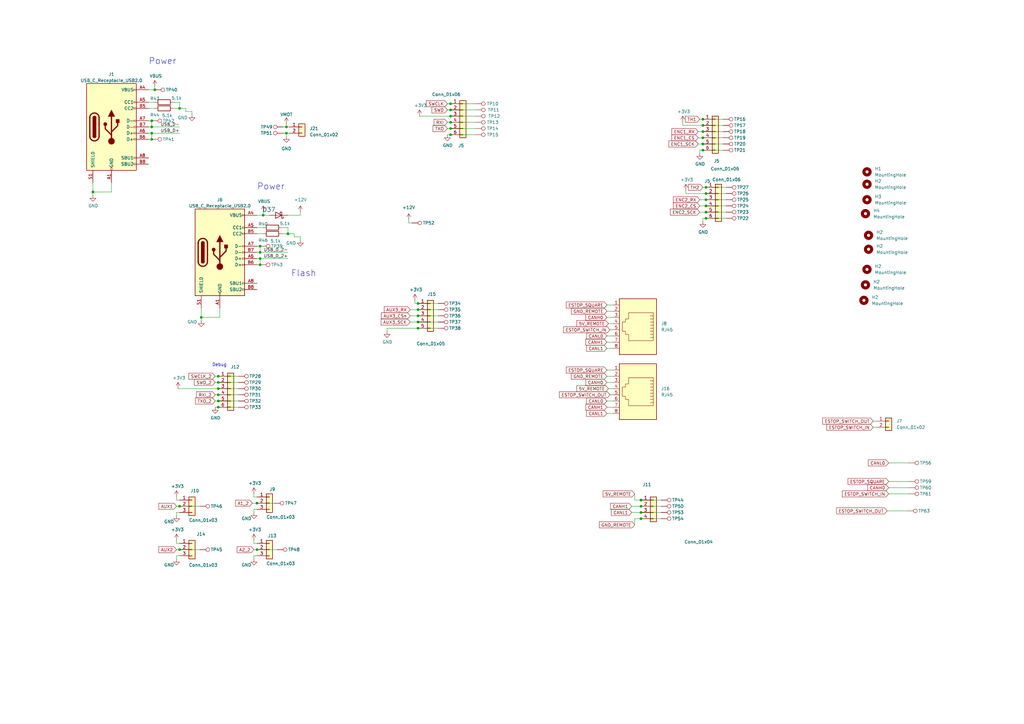
<source format=kicad_sch>
(kicad_sch (version 20230121) (generator eeschema)
  (paper "A3")
  (lib_symbols
    (symbol "Connector:RJ45" (pin_names (offset 1.016))
      (property "Reference" "J" (at -5.08 13.97 0))
      (property "Value" "RJ45" (at 2.54 13.97 0))
      (symbol "RJ45_1_1"
        (pin passive line (at 10.16 -7.62 180) (length 2.54) (name "~") (number "1"))
        (pin passive line (at 10.16 -5.08 180) (length 2.54) (name "~") (number "2"))
        (pin passive line (at 10.16 -2.54 180) (length 2.54) (name "~") (number "3"))
        (pin passive line (at 10.16 0 180) (length 2.54) (name "~") (number "4"))
        (pin passive line (at 10.16 2.54 180) (length 2.54) (name "~") (number "5"))
        (pin passive line (at 10.16 5.08 180) (length 2.54) (name "~") (number "6"))
        (pin passive line (at 10.16 7.62 180) (length 2.54) (name "~") (number "7"))
        (pin passive line (at 10.16 10.16 180) (length 2.54) (name "~") (number "8"))
      )
    )
    (symbol "Connector:TestPoint" (pin_numbers hide) (pin_names (offset 0.762) hide)
      (property "Reference" "TP" (at 0 6.858 0))
      (property "Value" "TestPoint" (at 0 5.08 0))
      (symbol "TestPoint_1_1"
        (pin passive line (at 0 0 90) (length 2.54) (name "1") (number "1"))
      )
    )
    (symbol "Connector:USB_C_Receptacle_USB2.0" (pin_names (offset 1.016))
      (property "Reference" "J" (at -10.16 19.05 0))
      (property "Value" "USB_C_Receptacle_USB2.0" (at 19.05 19.05 0))
      (symbol "USB_C_Receptacle_USB2.0_1_1"
        (pin passive line (at 0 -22.86 90) (length 5.08) (name "GND") (number "A1"))
        (pin passive line (at 0 -22.86 90) (length 5.08) hide (name "GND") (number "A12"))
        (pin passive line (at 15.24 15.24 180) (length 5.08) (name "VBUS") (number "A4"))
        (pin bidirectional line (at 15.24 10.16 180) (length 5.08) (name "CC1") (number "A5"))
        (pin bidirectional line (at 15.24 -2.54 180) (length 5.08) (name "D+") (number "A6"))
        (pin bidirectional line (at 15.24 2.54 180) (length 5.08) (name "D-") (number "A7"))
        (pin bidirectional line (at 15.24 -12.7 180) (length 5.08) (name "SBU1") (number "A8"))
        (pin passive line (at 15.24 15.24 180) (length 5.08) hide (name "VBUS") (number "A9"))
        (pin passive line (at 0 -22.86 90) (length 5.08) hide (name "GND") (number "B1"))
        (pin passive line (at 0 -22.86 90) (length 5.08) hide (name "GND") (number "B12"))
        (pin passive line (at 15.24 15.24 180) (length 5.08) hide (name "VBUS") (number "B4"))
        (pin bidirectional line (at 15.24 7.62 180) (length 5.08) (name "CC2") (number "B5"))
        (pin bidirectional line (at 15.24 -5.08 180) (length 5.08) (name "D+") (number "B6"))
        (pin bidirectional line (at 15.24 0 180) (length 5.08) (name "D-") (number "B7"))
        (pin bidirectional line (at 15.24 -15.24 180) (length 5.08) (name "SBU2") (number "B8"))
        (pin passive line (at 15.24 15.24 180) (length 5.08) hide (name "VBUS") (number "B9"))
        (pin passive line (at -7.62 -22.86 90) (length 5.08) (name "SHIELD") (number "S1"))
      )
    )
    (symbol "Connector_Generic:Conn_01x02" (pin_names (offset 1.016) hide)
      (property "Reference" "J" (at 0 2.54 0))
      (property "Value" "Conn_01x02" (at 0 -5.08 0))
      (symbol "Conn_01x02_1_1"
        (pin passive line (at -5.08 0 0) (length 3.81) (name "Pin_1") (number "1"))
        (pin passive line (at -5.08 -2.54 0) (length 3.81) (name "Pin_2") (number "2"))
      )
    )
    (symbol "Connector_Generic:Conn_01x03" (pin_names (offset 1.016) hide)
      (property "Reference" "J" (at 0 5.08 0))
      (property "Value" "Conn_01x03" (at 0 -5.08 0))
      (symbol "Conn_01x03_1_1"
        (pin passive line (at -5.08 2.54 0) (length 3.81) (name "Pin_1") (number "1"))
        (pin passive line (at -5.08 0 0) (length 3.81) (name "Pin_2") (number "2"))
        (pin passive line (at -5.08 -2.54 0) (length 3.81) (name "Pin_3") (number "3"))
      )
    )
    (symbol "Connector_Generic:Conn_01x04" (pin_names (offset 1.016) hide)
      (property "Reference" "J" (at 0 5.08 0))
      (property "Value" "Conn_01x04" (at 0 -7.62 0))
      (symbol "Conn_01x04_1_1"
        (pin passive line (at -5.08 2.54 0) (length 3.81) (name "Pin_1") (number "1"))
        (pin passive line (at -5.08 0 0) (length 3.81) (name "Pin_2") (number "2"))
        (pin passive line (at -5.08 -2.54 0) (length 3.81) (name "Pin_3") (number "3"))
        (pin passive line (at -5.08 -5.08 0) (length 3.81) (name "Pin_4") (number "4"))
      )
    )
    (symbol "Connector_Generic:Conn_01x05" (pin_names (offset 1.016) hide)
      (property "Reference" "J" (at 0 7.62 0))
      (property "Value" "Conn_01x05" (at 0 -7.62 0))
      (symbol "Conn_01x05_1_1"
        (pin passive line (at -5.08 5.08 0) (length 3.81) (name "Pin_1") (number "1"))
        (pin passive line (at -5.08 2.54 0) (length 3.81) (name "Pin_2") (number "2"))
        (pin passive line (at -5.08 0 0) (length 3.81) (name "Pin_3") (number "3"))
        (pin passive line (at -5.08 -2.54 0) (length 3.81) (name "Pin_4") (number "4"))
        (pin passive line (at -5.08 -5.08 0) (length 3.81) (name "Pin_5") (number "5"))
      )
    )
    (symbol "Connector_Generic:Conn_01x06" (pin_names (offset 1.016) hide)
      (property "Reference" "J" (at 0 7.62 0))
      (property "Value" "Conn_01x06" (at 0 -10.16 0))
      (symbol "Conn_01x06_1_1"
        (pin passive line (at -5.08 5.08 0) (length 3.81) (name "Pin_1") (number "1"))
        (pin passive line (at -5.08 2.54 0) (length 3.81) (name "Pin_2") (number "2"))
        (pin passive line (at -5.08 0 0) (length 3.81) (name "Pin_3") (number "3"))
        (pin passive line (at -5.08 -2.54 0) (length 3.81) (name "Pin_4") (number "4"))
        (pin passive line (at -5.08 -5.08 0) (length 3.81) (name "Pin_5") (number "5"))
        (pin passive line (at -5.08 -7.62 0) (length 3.81) (name "Pin_6") (number "6"))
      )
    )
    (symbol "Device:R" (pin_numbers hide) (pin_names (offset 0))
      (property "Reference" "R" (at 2.032 0 90))
      (property "Value" "R" (at 0 0 90))
      (symbol "R_1_1"
        (pin passive line (at 0 3.81 270) (length 1.27) (name "~") (number "1"))
        (pin passive line (at 0 -3.81 90) (length 1.27) (name "~") (number "2"))
      )
    )
    (symbol "Diode:MBR340" (pin_numbers hide) (pin_names (offset 1.016) hide)
      (property "Reference" "D" (at 0 2.54 0))
      (property "Value" "MBR340" (at 0 -2.54 0))
      (symbol "MBR340_1_1"
        (pin passive line (at -3.81 0 0) (length 2.54) (name "K") (number "1"))
        (pin passive line (at 3.81 0 180) (length 2.54) (name "A") (number "2"))
      )
    )
    (symbol "Mechanical:MountingHole" (pin_names (offset 1.016))
      (property "Reference" "H" (at 0 5.08 0))
      (property "Value" "MountingHole" (at 0 3.175 0))
    )
    (symbol "MotorBuck:VMOT" (power) (pin_names (offset 0))
      (property "Value" "VMOT" (at 0 3.556 0))
      (symbol "VMOT_1_1"
        (pin power_in line (at 0 0 90) (length 0) hide (name "VMOT") (number "1"))
      )
    )
    (symbol "power:+12V" (power) (pin_names (offset 0))
      (property "Value" "+12V" (at 0 3.556 0))
      (symbol "+12V_1_1"
        (pin power_in line (at 0 0 90) (length 0) hide (name "+12V") (number "1"))
      )
    )
    (symbol "power:+3V3" (power) (pin_names (offset 0))
      (property "Value" "+3V3" (at 0 3.556 0))
      (symbol "+3V3_1_1"
        (pin power_in line (at 0 0 90) (length 0) hide (name "+3V3") (number "1"))
      )
    )
    (symbol "power:GND" (power) (pin_names (offset 0))
      (property "Value" "GND" (at 0 -3.81 0))
      (symbol "GND_1_1"
        (pin power_in line (at 0 0 270) (length 0) hide (name "GND") (number "1"))
      )
    )
    (symbol "power:VBUS" (power) (pin_names (offset 0))
      (property "Value" "VBUS" (at 0 3.81 0))
      (symbol "VBUS_1_1"
        (pin power_in line (at 0 0 90) (length 0) hide (name "VBUS") (number "1"))
      )
    )
  )
  (junction (at 288.29 48.895))
  (junction (at 62.23 54.61))
  (junction (at 262.89 210.185))
  (junction (at 184.785 42.545))
  (junction (at 171.45 124.46))
  (junction (at 89.535 161.925))
  (junction (at 89.535 159.385))
  (junction (at 62.23 52.07))
  (junction (at 62.23 49.53))
  (junction (at 289.56 84.455))
  (junction (at 106.68 106.045))
  (junction (at 73.66 44.45))
  (junction (at 184.785 45.085))
  (junction (at 105.41 206.375))
  (junction (at 289.56 86.995))
  (junction (at 106.68 108.585))
  (junction (at 106.68 103.505))
  (junction (at 38.1 78.74))
  (junction (at 171.45 134.62))
  (junction (at 89.535 167.005))
  (junction (at 289.56 81.915))
  (junction (at 117.475 52.07))
  (junction (at 288.29 61.595))
  (junction (at 106.68 100.965))
  (junction (at 73.66 207.645))
  (junction (at 105.41 225.425))
  (junction (at 289.56 76.835))
  (junction (at 262.89 205.105))
  (junction (at 62.23 57.15))
  (junction (at 184.785 47.625))
  (junction (at 262.89 212.725))
  (junction (at 289.56 89.535))
  (junction (at 171.45 129.54))
  (junction (at 117.475 54.61))
  (junction (at 262.89 207.645))
  (junction (at 89.535 164.465))
  (junction (at 289.56 79.375))
  (junction (at 89.535 154.305))
  (junction (at 171.45 127))
  (junction (at 288.29 53.975))
  (junction (at 288.29 56.515))
  (junction (at 171.45 132.08))
  (junction (at 184.785 55.245))
  (junction (at 288.29 59.055))
  (junction (at 82.55 130.175))
  (junction (at 73.66 225.425))
  (junction (at 63.5 36.83))
  (junction (at 288.29 51.435))
  (junction (at 184.785 52.705))
  (junction (at 118.11 95.885))
  (junction (at 89.535 156.845))
  (junction (at 107.95 88.265))
  (junction (at 184.785 50.165))
  (wire (pts (xy 105.41 106.045) (xy 106.68 106.045)))
  (wire (pts (xy 171.45 129.54) (xy 179.705 129.54)))
  (wire (pts (xy 60.96 41.91) (xy 63.5 41.91)))
  (wire (pts (xy 289.56 89.535) (xy 297.815 89.535)))
  (wire (pts (xy 62.23 54.61) (xy 73.66 54.61)))
  (wire (pts (xy 289.56 84.455) (xy 297.815 84.455)))
  (wire (pts (xy 286.385 56.515) (xy 288.29 56.515)))
  (wire (pts (xy 262.89 207.645) (xy 271.145 207.645)))
  (wire (pts (xy 89.535 156.845) (xy 97.79 156.845)))
  (wire (pts (xy 72.39 225.425) (xy 73.66 225.425)))
  (wire (pts (xy 105.41 93.345) (xy 107.95 93.345)))
  (wire (pts (xy 106.68 108.585) (xy 106.68 106.045)))
  (wire (pts (xy 167.64 90.17) (xy 167.64 91.44)))
  (wire (pts (xy 118.745 52.07) (xy 117.475 52.07)))
  (wire (pts (xy 248.92 142.875) (xy 251.46 142.875)))
  (wire (pts (xy 89.535 154.305) (xy 97.79 154.305)))
  (wire (pts (xy 288.29 53.975) (xy 296.545 53.975)))
  (wire (pts (xy 171.45 127) (xy 179.705 127)))
  (wire (pts (xy 289.56 81.915) (xy 297.815 81.915)))
  (wire (pts (xy 289.56 79.375) (xy 281.305 79.375)))
  (wire (pts (xy 104.14 208.915) (xy 104.14 210.185)))
  (wire (pts (xy 286.385 53.975) (xy 288.29 53.975)))
  (wire (pts (xy 118.11 88.265) (xy 123.19 88.265)))
  (wire (pts (xy 288.29 48.895) (xy 296.545 48.895)))
  (wire (pts (xy 73.66 225.425) (xy 81.915 225.425)))
  (wire (pts (xy 288.29 89.535) (xy 288.29 90.805)))
  (wire (pts (xy 82.55 130.175) (xy 90.17 130.175)))
  (wire (pts (xy 158.75 134.62) (xy 171.45 134.62)))
  (wire (pts (xy 107.95 88.265) (xy 110.49 88.265)))
  (wire (pts (xy 38.1 74.93) (xy 38.1 78.74)))
  (wire (pts (xy 76.2 44.45) (xy 76.2 45.72)))
  (wire (pts (xy 248.92 156.845) (xy 251.46 156.845)))
  (wire (pts (xy 73.66 205.105) (xy 72.39 205.105)))
  (wire (pts (xy 38.1 78.74) (xy 38.1 80.01)))
  (wire (pts (xy 248.92 169.545) (xy 251.46 169.545)))
  (wire (pts (xy 88.265 164.465) (xy 89.535 164.465)))
  (wire (pts (xy 286.385 59.055) (xy 288.29 59.055)))
  (wire (pts (xy 105.41 103.505) (xy 106.68 103.505)))
  (wire (pts (xy 62.23 49.53) (xy 62.23 52.07)))
  (wire (pts (xy 171.45 127) (xy 168.275 127)))
  (wire (pts (xy 194.945 50.165) (xy 184.785 50.165)))
  (wire (pts (xy 248.92 151.765) (xy 251.46 151.765)))
  (wire (pts (xy 38.1 78.74) (xy 45.72 78.74)))
  (wire (pts (xy 158.75 134.62) (xy 158.75 135.89)))
  (wire (pts (xy 115.57 93.345) (xy 118.11 93.345)))
  (wire (pts (xy 259.08 210.185) (xy 262.89 210.185)))
  (wire (pts (xy 72.39 207.645) (xy 73.66 207.645)))
  (wire (pts (xy 120.65 95.885) (xy 120.65 97.155)))
  (wire (pts (xy 123.19 97.155) (xy 123.19 98.425)))
  (wire (pts (xy 105.41 95.885) (xy 107.95 95.885)))
  (wire (pts (xy 106.68 100.965) (xy 106.68 103.505)))
  (wire (pts (xy 73.66 227.965) (xy 72.39 227.965)))
  (wire (pts (xy 171.45 129.54) (xy 168.275 129.54)))
  (wire (pts (xy 248.92 130.175) (xy 251.46 130.175)))
  (wire (pts (xy 248.92 127.635) (xy 251.46 127.635)))
  (wire (pts (xy 260.35 205.105) (xy 262.89 205.105)))
  (wire (pts (xy 73.66 210.185) (xy 72.39 210.185)))
  (wire (pts (xy 78.74 45.72) (xy 78.74 46.99)))
  (wire (pts (xy 288.29 59.055) (xy 296.545 59.055)))
  (wire (pts (xy 60.96 54.61) (xy 62.23 54.61)))
  (wire (pts (xy 72.39 205.105) (xy 72.39 203.835)))
  (wire (pts (xy 288.29 76.835) (xy 289.56 76.835)))
  (wire (pts (xy 288.29 89.535) (xy 289.56 89.535)))
  (wire (pts (xy 71.12 44.45) (xy 73.66 44.45)))
  (wire (pts (xy 82.55 130.175) (xy 82.55 131.445)))
  (wire (pts (xy 250.19 135.255) (xy 251.46 135.255)))
  (wire (pts (xy 115.57 95.885) (xy 118.11 95.885)))
  (wire (pts (xy 117.475 52.07) (xy 116.205 52.07)))
  (wire (pts (xy 288.29 61.595) (xy 287.02 61.595)))
  (wire (pts (xy 248.92 164.465) (xy 251.46 164.465)))
  (wire (pts (xy 364.49 197.485) (xy 372.745 197.485)))
  (wire (pts (xy 288.29 61.595) (xy 296.545 61.595)))
  (wire (pts (xy 363.855 209.55) (xy 372.11 209.55)))
  (wire (pts (xy 248.92 167.005) (xy 251.46 167.005)))
  (wire (pts (xy 287.02 86.995) (xy 289.56 86.995)))
  (wire (pts (xy 106.68 106.045) (xy 118.11 106.045)))
  (wire (pts (xy 167.64 91.44) (xy 168.91 91.44)))
  (wire (pts (xy 104.14 227.965) (xy 104.14 229.235)))
  (wire (pts (xy 62.23 52.07) (xy 73.66 52.07)))
  (wire (pts (xy 171.45 134.62) (xy 179.705 134.62)))
  (wire (pts (xy 364.49 202.565) (xy 372.745 202.565)))
  (wire (pts (xy 90.17 126.365) (xy 90.17 130.175)))
  (wire (pts (xy 183.515 50.165) (xy 184.785 50.165)))
  (wire (pts (xy 106.68 103.505) (xy 118.11 103.505)))
  (wire (pts (xy 260.35 212.725) (xy 260.35 215.265)))
  (wire (pts (xy 287.02 84.455) (xy 289.56 84.455)))
  (wire (pts (xy 104.14 203.835) (xy 104.14 202.565)))
  (wire (pts (xy 118.745 54.61) (xy 117.475 54.61)))
  (wire (pts (xy 248.92 140.335) (xy 251.46 140.335)))
  (wire (pts (xy 171.45 124.46) (xy 170.18 124.46)))
  (wire (pts (xy 60.96 57.15) (xy 62.23 57.15)))
  (wire (pts (xy 123.19 86.995) (xy 123.19 88.265)))
  (wire (pts (xy 73.66 44.45) (xy 76.2 44.45)))
  (wire (pts (xy 73.66 207.645) (xy 81.915 207.645)))
  (wire (pts (xy 89.535 167.005) (xy 97.79 167.005)))
  (wire (pts (xy 194.945 52.705) (xy 184.785 52.705)))
  (wire (pts (xy 105.41 225.425) (xy 113.665 225.425)))
  (wire (pts (xy 105.41 227.965) (xy 104.14 227.965)))
  (wire (pts (xy 172.085 47.625) (xy 184.785 47.625)))
  (wire (pts (xy 60.96 49.53) (xy 62.23 49.53)))
  (wire (pts (xy 171.45 132.08) (xy 168.275 132.08)))
  (wire (pts (xy 183.515 55.245) (xy 184.785 55.245)))
  (wire (pts (xy 260.35 202.565) (xy 260.35 205.105)))
  (wire (pts (xy 262.89 205.105) (xy 271.145 205.105)))
  (wire (pts (xy 82.55 126.365) (xy 82.55 130.175)))
  (wire (pts (xy 358.14 172.72) (xy 359.41 172.72)))
  (wire (pts (xy 248.92 137.795) (xy 251.46 137.795)))
  (wire (pts (xy 171.45 124.46) (xy 179.705 124.46)))
  (wire (pts (xy 118.11 93.345) (xy 118.11 95.885)))
  (wire (pts (xy 183.515 45.085) (xy 184.785 45.085)))
  (wire (pts (xy 105.41 206.375) (xy 112.395 206.375)))
  (wire (pts (xy 60.96 36.83) (xy 63.5 36.83)))
  (wire (pts (xy 105.41 222.885) (xy 104.14 222.885)))
  (wire (pts (xy 183.515 52.705) (xy 184.785 52.705)))
  (wire (pts (xy 287.02 48.895) (xy 288.29 48.895)))
  (wire (pts (xy 89.535 161.925) (xy 97.79 161.925)))
  (wire (pts (xy 250.19 161.925) (xy 251.46 161.925)))
  (wire (pts (xy 262.89 212.725) (xy 260.35 212.725)))
  (wire (pts (xy 364.49 189.865) (xy 372.745 189.865)))
  (wire (pts (xy 107.95 86.995) (xy 107.95 88.265)))
  (wire (pts (xy 63.5 35.56) (xy 63.5 36.83)))
  (wire (pts (xy 170.18 124.46) (xy 170.18 123.19)))
  (wire (pts (xy 89.535 164.465) (xy 97.79 164.465)))
  (wire (pts (xy 88.265 161.925) (xy 89.535 161.925)))
  (wire (pts (xy 105.41 108.585) (xy 106.68 108.585)))
  (wire (pts (xy 73.66 222.885) (xy 72.39 222.885)))
  (wire (pts (xy 249.555 132.715) (xy 251.46 132.715)))
  (wire (pts (xy 249.555 159.385) (xy 251.46 159.385)))
  (wire (pts (xy 88.265 156.845) (xy 89.535 156.845)))
  (wire (pts (xy 117.475 52.07) (xy 117.475 50.8)))
  (wire (pts (xy 194.945 47.625) (xy 184.785 47.625)))
  (wire (pts (xy 62.23 57.15) (xy 62.23 54.61)))
  (wire (pts (xy 73.66 41.91) (xy 73.66 44.45)))
  (wire (pts (xy 105.41 88.265) (xy 107.95 88.265)))
  (wire (pts (xy 60.96 44.45) (xy 63.5 44.45)))
  (wire (pts (xy 289.56 79.375) (xy 297.815 79.375)))
  (wire (pts (xy 105.41 208.915) (xy 104.14 208.915)))
  (wire (pts (xy 289.56 76.835) (xy 297.815 76.835)))
  (wire (pts (xy 120.65 97.155) (xy 123.19 97.155)))
  (wire (pts (xy 76.2 45.72) (xy 78.74 45.72)))
  (wire (pts (xy 358.14 175.26) (xy 359.41 175.26)))
  (wire (pts (xy 287.02 61.595) (xy 287.02 62.865)))
  (wire (pts (xy 288.29 51.435) (xy 280.035 51.435)))
  (wire (pts (xy 281.305 79.375) (xy 281.305 78.105)))
  (wire (pts (xy 73.025 159.385) (xy 89.535 159.385)))
  (wire (pts (xy 104.14 222.885) (xy 104.14 221.615)))
  (wire (pts (xy 71.12 41.91) (xy 73.66 41.91)))
  (wire (pts (xy 183.515 42.545) (xy 184.785 42.545)))
  (wire (pts (xy 105.41 100.965) (xy 106.68 100.965)))
  (wire (pts (xy 60.96 52.07) (xy 62.23 52.07)))
  (wire (pts (xy 45.72 74.93) (xy 45.72 78.74)))
  (wire (pts (xy 88.265 167.005) (xy 89.535 167.005)))
  (wire (pts (xy 72.39 222.885) (xy 72.39 221.615)))
  (wire (pts (xy 288.29 56.515) (xy 296.545 56.515)))
  (wire (pts (xy 88.265 154.305) (xy 89.535 154.305)))
  (wire (pts (xy 105.41 203.835) (xy 104.14 203.835)))
  (wire (pts (xy 117.475 54.61) (xy 116.205 54.61)))
  (wire (pts (xy 262.89 212.725) (xy 271.145 212.725)))
  (wire (pts (xy 117.475 54.61) (xy 117.475 55.88)))
  (wire (pts (xy 194.945 55.245) (xy 184.785 55.245)))
  (wire (pts (xy 289.56 86.995) (xy 297.815 86.995)))
  (wire (pts (xy 364.49 200.025) (xy 372.745 200.025)))
  (wire (pts (xy 171.45 132.08) (xy 179.705 132.08)))
  (wire (pts (xy 262.89 210.185) (xy 271.145 210.185)))
  (wire (pts (xy 72.39 210.185) (xy 72.39 211.455)))
  (wire (pts (xy 248.92 125.095) (xy 251.46 125.095)))
  (wire (pts (xy 103.505 206.375) (xy 105.41 206.375)))
  (wire (pts (xy 287.02 81.915) (xy 289.56 81.915)))
  (wire (pts (xy 288.29 51.435) (xy 296.545 51.435)))
  (wire (pts (xy 72.39 227.965) (xy 72.39 229.235)))
  (wire (pts (xy 280.035 51.435) (xy 280.035 50.165)))
  (wire (pts (xy 118.11 95.885) (xy 120.65 95.885)))
  (wire (pts (xy 89.535 159.385) (xy 97.79 159.385)))
  (wire (pts (xy 248.92 154.305) (xy 251.46 154.305)))
  (wire (pts (xy 194.945 45.085) (xy 184.785 45.085)))
  (wire (pts (xy 104.14 225.425) (xy 105.41 225.425)))
  (wire (pts (xy 259.08 207.645) (xy 262.89 207.645)))
  (wire (pts (xy 194.945 42.545) (xy 184.785 42.545)))
  (text "Flash" (at 119.38 113.665 0) (effects (font (size 2.54 2.54)) (justify left bottom)))
  (text "Debug" (at 86.995 150.495 0) (effects (font (size 1.27 1.27)) (justify left bottom)))
  (text "Power" (at 105.41 78.105 0) (effects (font (size 2.54 2.54)) (justify left bottom)))
  (text "Power" (at 60.96 26.67 0) (effects (font (size 2.54 2.54)) (justify left bottom)))
  (label "USB_D+" (at 73.66 54.61 180))
  (label "USB_D_2+" (at 118.11 106.045 180))
  (label "USB_D-" (at 73.66 52.07 180))
  (label "USB_D_2-" (at 118.11 103.505 180))
  (global_label "TH2" (shape input) (at 288.29 76.835 180) (property "Intersheetrefs" "${INTERSHEET_REFS}" (effects hide)))
  (global_label "CANH1" (shape input) (at 248.92 140.335 180) (property "Intersheetrefs" "${INTERSHEET_REFS}" (effects hide)))
  (global_label "ESTOP_SWITCH_OUT" (shape input) (at 363.855 209.55 180) (property "Intersheetrefs" "${INTERSHEET_REFS}" (effects hide)))
  (global_label "CANL1" (shape input) (at 248.92 169.545 180) (property "Intersheetrefs" "${INTERSHEET_REFS}" (effects hide)))
  (global_label "ESTOP_SQUARE" (shape input) (at 364.49 197.485 180) (property "Intersheetrefs" "${INTERSHEET_REFS}" (effects hide)))
  (global_label "ESTOP_SWITCH_IN" (shape input) (at 364.49 202.565 180) (property "Intersheetrefs" "${INTERSHEET_REFS}" (effects hide)))
  (global_label "CANL0" (shape input) (at 364.49 189.865 180) (property "Intersheetrefs" "${INTERSHEET_REFS}" (effects hide)))
  (global_label "RXI" (shape input) (at 183.515 50.165 180) (property "Intersheetrefs" "${INTERSHEET_REFS}" (effects hide)))
  (global_label "CANH0" (shape input) (at 364.49 200.025 180) (property "Intersheetrefs" "${INTERSHEET_REFS}" (effects hide)))
  (global_label "CANH0" (shape input) (at 248.92 130.175 180) (property "Intersheetrefs" "${INTERSHEET_REFS}" (effects hide)))
  (global_label "CANH0" (shape input) (at 248.92 156.845 180) (property "Intersheetrefs" "${INTERSHEET_REFS}" (effects hide)))
  (global_label "GND_REMOTE" (shape input) (at 248.92 154.305 180) (property "Intersheetrefs" "${INTERSHEET_REFS}" (effects hide)))
  (global_label "ESTOP_SWITCH_IN" (shape input) (at 250.19 135.255 180) (property "Intersheetrefs" "${INTERSHEET_REFS}" (effects hide)))
  (global_label "AUX2" (shape input) (at 72.39 225.425 180) (property "Intersheetrefs" "${INTERSHEET_REFS}" (effects hide)))
  (global_label "ESTOP_SWITCH_OUT" (shape input) (at 250.19 161.925 180) (property "Intersheetrefs" "${INTERSHEET_REFS}" (effects hide)))
  (global_label "CANL1" (shape input) (at 259.08 210.185 180) (property "Intersheetrefs" "${INTERSHEET_REFS}" (effects hide)))
  (global_label "A1_2" (shape input) (at 103.505 206.375 180) (property "Intersheetrefs" "${INTERSHEET_REFS}" (effects hide)))
  (global_label "SWCLK_2" (shape input) (at 88.265 154.305 180) (property "Intersheetrefs" "${INTERSHEET_REFS}" (effects hide)))
  (global_label "ENC1_RX" (shape input) (at 286.385 53.975 180) (property "Intersheetrefs" "${INTERSHEET_REFS}" (effects hide)))
  (global_label "ENC1_SCK" (shape input) (at 286.385 59.055 180) (property "Intersheetrefs" "${INTERSHEET_REFS}" (effects hide)))
  (global_label "CANL0" (shape input) (at 248.92 164.465 180) (property "Intersheetrefs" "${INTERSHEET_REFS}" (effects hide)))
  (global_label "AUX3_RX" (shape input) (at 168.275 127 180) (property "Intersheetrefs" "${INTERSHEET_REFS}" (effects hide)))
  (global_label "SWCLK" (shape input) (at 183.515 42.545 180) (property "Intersheetrefs" "${INTERSHEET_REFS}" (effects hide)))
  (global_label "5V_REMOTE" (shape input) (at 260.35 202.565 180) (property "Intersheetrefs" "${INTERSHEET_REFS}" (effects hide)))
  (global_label "ENC1_CS" (shape input) (at 286.385 56.515 180) (property "Intersheetrefs" "${INTERSHEET_REFS}" (effects hide)))
  (global_label "CANH1" (shape input) (at 259.08 207.645 180) (property "Intersheetrefs" "${INTERSHEET_REFS}" (effects hide)))
  (global_label "CANH1" (shape input) (at 248.92 167.005 180) (property "Intersheetrefs" "${INTERSHEET_REFS}" (effects hide)))
  (global_label "TXO_2" (shape input) (at 88.265 164.465 180) (property "Intersheetrefs" "${INTERSHEET_REFS}" (effects hide)))
  (global_label "AUX3_SCK" (shape input) (at 168.275 132.08 180) (property "Intersheetrefs" "${INTERSHEET_REFS}" (effects hide)))
  (global_label "ENC2_SCK" (shape input) (at 287.02 86.995 180) (property "Intersheetrefs" "${INTERSHEET_REFS}" (effects hide)))
  (global_label "AUX3_CSn" (shape input) (at 168.275 129.54 180) (property "Intersheetrefs" "${INTERSHEET_REFS}" (effects hide)))
  (global_label "ESTOP_SWITCH_OUT" (shape input) (at 358.14 172.72 180) (property "Intersheetrefs" "${INTERSHEET_REFS}" (effects hide)))
  (global_label "AUX1" (shape input) (at 72.39 207.645 180) (property "Intersheetrefs" "${INTERSHEET_REFS}" (effects hide)))
  (global_label "CANL1" (shape input) (at 248.92 142.875 180) (property "Intersheetrefs" "${INTERSHEET_REFS}" (effects hide)))
  (global_label "5V_REMOTE" (shape input) (at 249.555 159.385 180) (property "Intersheetrefs" "${INTERSHEET_REFS}" (effects hide)))
  (global_label "A2_2" (shape input) (at 104.14 225.425 180) (property "Intersheetrefs" "${INTERSHEET_REFS}" (effects hide)))
  (global_label "ESTOP_SWITCH_IN" (shape input) (at 358.14 175.26 180) (property "Intersheetrefs" "${INTERSHEET_REFS}" (effects hide)))
  (global_label "ESTOP_SQUARE" (shape input) (at 248.92 125.095 180) (property "Intersheetrefs" "${INTERSHEET_REFS}" (effects hide)))
  (global_label "TH1" (shape input) (at 287.02 48.895 180) (property "Intersheetrefs" "${INTERSHEET_REFS}" (effects hide)))
  (global_label "GND_REMOTE" (shape input) (at 260.35 215.265 180) (property "Intersheetrefs" "${INTERSHEET_REFS}" (effects hide)))
  (global_label "ESTOP_SQUARE" (shape input) (at 248.92 151.765 180) (property "Intersheetrefs" "${INTERSHEET_REFS}" (effects hide)))
  (global_label "SWD_2" (shape input) (at 88.265 156.845 180) (property "Intersheetrefs" "${INTERSHEET_REFS}" (effects hide)))
  (global_label "ENC2_CS" (shape input) (at 287.02 84.455 180) (property "Intersheetrefs" "${INTERSHEET_REFS}" (effects hide)))
  (global_label "RXI_2" (shape input) (at 88.265 161.925 180) (property "Intersheetrefs" "${INTERSHEET_REFS}" (effects hide)))
  (global_label "5V_REMOTE" (shape input) (at 249.555 132.715 180) (property "Intersheetrefs" "${INTERSHEET_REFS}" (effects hide)))
  (global_label "GND_REMOTE" (shape input) (at 248.92 127.635 180) (property "Intersheetrefs" "${INTERSHEET_REFS}" (effects hide)))
  (global_label "TXO" (shape input) (at 183.515 52.705 180) (property "Intersheetrefs" "${INTERSHEET_REFS}" (effects hide)))
  (global_label "SWD" (shape input) (at 183.515 45.085 180) (property "Intersheetrefs" "${INTERSHEET_REFS}" (effects hide)))
  (global_label "ENC2_RX" (shape input) (at 287.02 81.915 180) (property "Intersheetrefs" "${INTERSHEET_REFS}" (effects hide)))
  (global_label "CANL0" (shape input) (at 248.92 137.795 180) (property "Intersheetrefs" "${INTERSHEET_REFS}" (effects hide)))
  (symbol (lib_id "Connector:TestPoint") (at 296.545 59.055 270) (unit 1)
    (property "Reference" "TP20" (at 300.99 59.055 90) (effects (justify left)))
    (property "Value" "TestPoint" (effects hide))
    (property "Footprint" "TestPoint:TestPoint_Pad_D2.0mm" (effects hide))
  )
  (symbol (lib_id "power:VBUS") (at 63.5 35.56 0) (unit 1)
    (property "Reference" "#PWR055" (effects hide))
    (property "Value" "VBUS" (at 63.881 31.1658 0))
  )
  (symbol (lib_id "Connector:TestPoint") (at 62.23 57.15 270) (unit 1)
    (property "Reference" "TP41" (at 66.675 57.15 90) (effects (justify left)))
    (property "Value" "TestPoint" (effects hide))
    (property "Footprint" "TestPoint:TestPoint_Pad_D2.0mm" (effects hide))
  )
  (symbol (lib_id "Connector:TestPoint") (at 271.145 210.185 270) (unit 1)
    (property "Reference" "TP53" (at 275.59 210.185 90) (effects (justify left)))
    (property "Value" "TestPoint" (effects hide))
    (property "Footprint" "TestPoint:TestPoint_Pad_D2.0mm" (effects hide))
  )
  (symbol (lib_id "Connector:TestPoint") (at 116.205 54.61 90) (unit 1)
    (property "Reference" "TP51" (at 111.76 54.61 90) (effects (justify left)))
    (property "Value" "TestPoint" (effects hide))
    (property "Footprint" "TestPoint:TestPoint_Pad_D2.0mm" (effects hide))
  )
  (symbol (lib_id "Connector:TestPoint") (at 297.815 79.375 270) (unit 1)
    (property "Reference" "TP26" (at 302.26 79.375 90) (effects (justify left)))
    (property "Value" "TestPoint" (effects hide))
    (property "Footprint" "TestPoint:TestPoint_Pad_D2.0mm" (effects hide))
  )
  (symbol (lib_id "Connector_Generic:Conn_01x05") (at 176.53 129.54 0) (unit 1)
    (property "Reference" "J15" (at 175.26 120.6499 0) (effects (justify left)))
    (property "Value" "Conn_01x05" (at 170.815 140.9699 0) (effects (justify left)))
    (property "Footprint" "parts:BOOMELE-2510-5A _1x05_P2.54mm_Vertical" (effects hide))
    (property "Datasheet" "https://datasheet.lcsc.com/lcsc/1810221710_BOOMELE-Boom-Precision-Elec-C45012_C45012.pdf" (effects hide))
    (property "LCSC" "C27544" (effects hide))
  )
  (symbol (lib_id "Connector_Generic:Conn_01x03") (at 78.74 207.645 0) (unit 1)
    (property "Reference" "J10" (at 78.105 201.2949 0) (effects (justify left)))
    (property "Value" "Conn_01x03" (at 77.47 213.3599 0) (effects (justify left)))
    (property "Footprint" "parts:BOOMELE-2510-3A_1x03_P2.54mm_Vertical" (effects hide))
    (property "LCSC" "C29275" (effects hide))
  )
  (symbol (lib_id "Connector_Generic:Conn_01x06") (at 293.37 53.975 0) (unit 1)
    (property "Reference" "J5" (at 292.735 66.0399 0) (effects (justify left)))
    (property "Value" "Conn_01x06" (at 291.465 69.2149 0) (effects (justify left)))
    (property "Footprint" "parts:Ckmtw-W-2510S06P_1x06_P2.54mm_Vertical" (effects hide))
    (property "LCSC" "C140771" (effects hide))
  )
  (symbol (lib_id "Mechanical:MountingHole") (at 354.965 87.63 0) (unit 1) (in_bom no)
    (property "Reference" "H4" (at 358.14 86.3599 0) (effects (justify left)))
    (property "Value" "MountingHole" (at 358.14 88.8999 0) (effects (justify left)))
    (property "Footprint" "RP2040_minimal:MountingHole_3.9mm_Plastite_#6" (effects hide))
  )
  (symbol (lib_id "Connector:TestPoint") (at 97.79 156.845 270) (unit 1)
    (property "Reference" "TP29" (at 102.235 156.845 90) (effects (justify left)))
    (property "Value" "TestPoint" (effects hide))
    (property "Footprint" "TestPoint:TestPoint_Pad_D2.0mm" (effects hide))
  )
  (symbol (lib_id "Connector:TestPoint") (at 372.745 200.025 270) (unit 1)
    (property "Reference" "TP60" (at 377.19 200.025 90) (effects (justify left)))
    (property "Value" "TestPoint" (effects hide))
    (property "Footprint" "TestPoint:TestPoint_Pad_D2.0mm" (effects hide))
  )
  (symbol (lib_id "Connector:TestPoint") (at 297.815 84.455 270) (unit 1)
    (property "Reference" "TP24" (at 302.26 84.455 90) (effects (justify left)))
    (property "Value" "TestPoint" (effects hide))
    (property "Footprint" "TestPoint:TestPoint_Pad_D2.0mm" (effects hide))
  )
  (symbol (lib_id "power:GND") (at 38.1 80.01 0) (unit 1)
    (property "Reference" "#PWR048" (effects hide))
    (property "Value" "GND" (at 38.227 84.4042 0))
  )
  (symbol (lib_id "Device:R") (at 67.31 41.91 270) (unit 1)
    (property "Reference" "R43" (at 63.5 40.4622 90))
    (property "Value" "5.1k" (at 72.39 40.2336 90))
    (property "Footprint" "Resistor_SMD:R_0603_1608Metric" (effects hide))
    (property "LCSC" "C23186" (effects hide))
  )
  (symbol (lib_id "Connector:TestPoint") (at 97.79 167.005 270) (unit 1)
    (property "Reference" "TP33" (at 102.235 167.005 90) (effects (justify left)))
    (property "Value" "TestPoint" (effects hide))
    (property "Footprint" "TestPoint:TestPoint_Pad_D2.0mm" (effects hide))
  )
  (symbol (lib_id "Connector_Generic:Conn_01x04") (at 267.97 207.645 0) (unit 1)
    (property "Reference" "J11" (at 263.525 198.7549 0) (effects (justify left)))
    (property "Value" "Conn_01x04" (at 280.67 222.2499 0) (effects (justify left)))
    (property "Footprint" "parts:PINREX-744-81-04TW00 _1x04_P2.54mm_Vertical" (effects hide))
    (property "Datasheet" "https://datasheet.lcsc.com/lcsc/1912111437_PINREX-744-81-04TW00_C402777.pdf" (effects hide))
    (property "LCSC" "C402777" (effects hide))
  )
  (symbol (lib_id "Connector:TestPoint") (at 194.945 45.085 270) (unit 1)
    (property "Reference" "TP11" (at 202.438 45.085 90))
    (property "Value" "TestPoint" (effects hide))
    (property "Footprint" "TestPoint:TestPoint_Pad_D2.0mm" (effects hide))
  )
  (symbol (lib_id "power:+3V3") (at 172.085 47.625 0) (unit 1)
    (property "Reference" "#PWR0102" (effects hide))
    (property "Value" "+3V3" (at 172.466 43.2308 0))
  )
  (symbol (lib_id "power:+12V") (at 123.19 86.995 0) (unit 1)
    (property "Reference" "#PWR015" (effects hide))
    (property "Value" "+12V" (at 123.19 81.915 0))
  )
  (symbol (lib_id "power:GND") (at 104.14 210.185 0) (unit 1)
    (property "Reference" "#PWR0147" (effects hide))
    (property "Value" "GND" (at 101.092 212.6742 0))
  )
  (symbol (lib_id "Connector:TestPoint") (at 297.815 81.915 270) (unit 1)
    (property "Reference" "TP25" (at 302.26 81.915 90) (effects (justify left)))
    (property "Value" "TestPoint" (effects hide))
    (property "Footprint" "TestPoint:TestPoint_Pad_D2.0mm" (effects hide))
  )
  (symbol (lib_id "Connector:TestPoint") (at 297.815 76.835 270) (unit 1)
    (property "Reference" "TP27" (at 302.26 76.835 90) (effects (justify left)))
    (property "Value" "TestPoint" (effects hide))
    (property "Footprint" "TestPoint:TestPoint_Pad_D2.0mm" (effects hide))
  )
  (symbol (lib_id "power:GND") (at 123.19 98.425 0) (unit 1)
    (property "Reference" "#PWR066" (effects hide))
    (property "Value" "GND" (at 119.38 99.695 0))
  )
  (symbol (lib_id "Connector:TestPoint") (at 296.545 51.435 270) (unit 1)
    (property "Reference" "TP17" (at 300.99 51.435 90) (effects (justify left)))
    (property "Value" "TestPoint" (effects hide))
    (property "Footprint" "TestPoint:TestPoint_Pad_D2.0mm" (effects hide))
  )
  (symbol (lib_id "Connector:TestPoint") (at 179.705 127 270) (unit 1)
    (property "Reference" "TP35" (at 184.15 127 90) (effects (justify left)))
    (property "Value" "TestPoint" (effects hide))
    (property "Footprint" "TestPoint:TestPoint_Pad_D2.0mm" (effects hide))
  )
  (symbol (lib_id "Connector:TestPoint") (at 271.145 212.725 270) (unit 1)
    (property "Reference" "TP54" (at 275.59 212.725 90) (effects (justify left)))
    (property "Value" "TestPoint" (effects hide))
    (property "Footprint" "TestPoint:TestPoint_Pad_D2.0mm" (effects hide))
  )
  (symbol (lib_id "Connector:TestPoint") (at 372.745 189.865 270) (unit 1)
    (property "Reference" "TP56" (at 377.19 189.865 90) (effects (justify left)))
    (property "Value" "TestPoint" (effects hide))
    (property "Footprint" "TestPoint:TestPoint_Pad_D2.0mm" (effects hide))
  )
  (symbol (lib_id "Connector:TestPoint") (at 194.945 47.625 270) (unit 1)
    (property "Reference" "TP12" (at 202.692 47.625 90))
    (property "Value" "TestPoint" (effects hide))
    (property "Footprint" "TestPoint:TestPoint_Pad_D2.0mm" (effects hide))
  )
  (symbol (lib_id "Connector:TestPoint") (at 372.745 197.485 270) (unit 1)
    (property "Reference" "TP59" (at 377.19 197.485 90) (effects (justify left)))
    (property "Value" "TestPoint" (effects hide))
    (property "Footprint" "TestPoint:TestPoint_Pad_D2.0mm" (effects hide))
  )
  (symbol (lib_id "power:GND") (at 287.02 62.865 0) (unit 1)
    (property "Reference" "#PWR097" (effects hide))
    (property "Value" "GND" (at 287.147 67.2592 0))
  )
  (symbol (lib_id "Connector:TestPoint") (at 271.145 207.645 270) (unit 1)
    (property "Reference" "TP50" (at 275.59 207.645 90) (effects (justify left)))
    (property "Value" "TestPoint" (effects hide))
    (property "Footprint" "TestPoint:TestPoint_Pad_D2.0mm" (effects hide))
  )
  (symbol (lib_id "Connector:TestPoint") (at 296.545 53.975 270) (unit 1)
    (property "Reference" "TP18" (at 300.99 53.975 90) (effects (justify left)))
    (property "Value" "TestPoint" (effects hide))
    (property "Footprint" "TestPoint:TestPoint_Pad_D2.0mm" (effects hide))
  )
  (symbol (lib_id "power:+3V3") (at 73.025 159.385 0) (unit 1)
    (property "Reference" "#PWR0154" (effects hide))
    (property "Value" "+3V3" (at 73.406 154.9908 0))
  )
  (symbol (lib_id "Connector:RJ45") (at 261.62 132.715 180) (unit 1)
    (property "Reference" "J8" (at 271.145 132.7149 0) (effects (justify right)))
    (property "Value" "RJ45" (at 271.145 135.2549 0) (effects (justify right)))
    (property "Footprint" "parts:RJ45_R-RJ45R08P-B000" (effects hide))
    (property "LCSC" "C386756" (effects hide))
  )
  (symbol (lib_id "Connector:TestPoint") (at 372.11 209.55 270) (unit 1)
    (property "Reference" "TP63" (at 376.555 209.55 90) (effects (justify left)))
    (property "Value" "TestPoint" (effects hide))
    (property "Footprint" "TestPoint:TestPoint_Pad_D2.0mm" (effects hide))
  )
  (symbol (lib_id "power:GND") (at 88.265 167.005 0) (unit 1)
    (property "Reference" "#PWR0158" (effects hide))
    (property "Value" "GND" (at 88.392 171.3992 0))
  )
  (symbol (lib_id "power:+3V3") (at 170.18 123.19 0) (unit 1)
    (property "Reference" "#PWR025" (effects hide))
    (property "Value" "+3V3" (at 170.561 118.7958 0))
  )
  (symbol (lib_id "Connector:TestPoint") (at 194.945 52.705 270) (unit 1)
    (property "Reference" "TP14" (at 202.057 52.705 90))
    (property "Value" "TestPoint" (effects hide))
    (property "Footprint" "TestPoint:TestPoint_Pad_D2.0mm" (effects hide))
  )
  (symbol (lib_id "Connector_Generic:Conn_01x03") (at 110.49 206.375 0) (unit 1)
    (property "Reference" "J9" (at 110.49 200.6599 0) (effects (justify left)))
    (property "Value" "Conn_01x03" (at 109.22 212.0899 0) (effects (justify left)))
    (property "Footprint" "parts:BOOMELE-2510-3A_1x03_P2.54mm_Vertical" (effects hide))
    (property "LCSC" "C29275" (effects hide))
  )
  (symbol (lib_id "Connector:TestPoint") (at 97.79 164.465 270) (unit 1)
    (property "Reference" "TP32" (at 102.235 164.465 90) (effects (justify left)))
    (property "Value" "TestPoint" (effects hide))
    (property "Footprint" "TestPoint:TestPoint_Pad_D2.0mm" (effects hide))
  )
  (symbol (lib_id "power:GND") (at 288.29 90.805 0) (unit 1)
    (property "Reference" "#PWR094" (effects hide))
    (property "Value" "GND" (at 288.417 95.1992 0))
  )
  (symbol (lib_id "Connector:TestPoint") (at 297.815 89.535 270) (unit 1)
    (property "Reference" "TP22" (at 302.26 89.535 90) (effects (justify left)))
    (property "Value" "TestPoint" (effects hide))
    (property "Footprint" "TestPoint:TestPoint_Pad_D2.0mm" (effects hide))
  )
  (symbol (lib_id "Connector_Generic:Conn_01x06") (at 94.615 159.385 0) (unit 1)
    (property "Reference" "J12" (at 94.615 150.4949 0) (effects (justify left)))
    (property "Value" "Conn_01x06" (effects hide))
    (property "Footprint" "parts:Ckmtw-W-2510S06P_1x06_P2.54mm_Vertical" (effects hide))
    (property "LCSC" "C140771" (effects hide))
  )
  (symbol (lib_id "Connector:TestPoint") (at 97.79 161.925 270) (unit 1)
    (property "Reference" "TP31" (at 102.235 161.925 90) (effects (justify left)))
    (property "Value" "TestPoint" (effects hide))
    (property "Footprint" "TestPoint:TestPoint_Pad_D2.0mm" (effects hide))
  )
  (symbol (lib_id "Connector:TestPoint") (at 116.205 52.07 90) (unit 1)
    (property "Reference" "TP49" (at 111.76 52.07 90) (effects (justify left)))
    (property "Value" "TestPoint" (effects hide))
    (property "Footprint" "TestPoint:TestPoint_Pad_D2.0mm" (effects hide))
  )
  (symbol (lib_id "Connector:TestPoint") (at 97.79 159.385 270) (unit 1)
    (property "Reference" "TP30" (at 102.235 159.385 90) (effects (justify left)))
    (property "Value" "TestPoint" (effects hide))
    (property "Footprint" "TestPoint:TestPoint_Pad_D2.0mm" (effects hide))
  )
  (symbol (lib_id "Connector:TestPoint") (at 179.705 129.54 270) (unit 1)
    (property "Reference" "TP36" (at 184.15 129.54 90) (effects (justify left)))
    (property "Value" "TestPoint" (effects hide))
    (property "Footprint" "TestPoint:TestPoint_Pad_D2.0mm" (effects hide))
  )
  (symbol (lib_id "Connector:USB_C_Receptacle_USB2.0") (at 90.17 103.505 0) (unit 1)
    (property "Reference" "J6" (at 90.17 81.915 0))
    (property "Value" "USB_C_Receptacle_USB2.0" (at 90.17 84.455 0))
    (property "Footprint" "Connector_USB:USB_C_Receptacle_XKB_U262-16XN-4BVC11" (effects hide))
    (property "Datasheet" "https://www.usb.org/sites/default/files/documents/usb_type-c.zip" (effects hide))
    (property "LCSC" "C2835315" (effects hide))
  )
  (symbol (lib_id "Connector:TestPoint") (at 296.545 48.895 270) (unit 1)
    (property "Reference" "TP16" (at 300.99 48.895 90) (effects (justify left)))
    (property "Value" "TestPoint" (effects hide))
    (property "Footprint" "TestPoint:TestPoint_Pad_D2.0mm" (effects hide))
  )
  (symbol (lib_id "Connector:TestPoint") (at 97.79 154.305 270) (unit 1)
    (property "Reference" "TP28" (at 102.235 154.305 90) (effects (justify left)))
    (property "Value" "TestPoint" (effects hide))
    (property "Footprint" "TestPoint:TestPoint_Pad_D2.0mm" (effects hide))
  )
  (symbol (lib_id "Connector:USB_C_Receptacle_USB2.0") (at 45.72 52.07 0) (unit 1)
    (property "Reference" "J1" (at 45.72 30.48 0))
    (property "Value" "USB_C_Receptacle_USB2.0" (at 45.72 33.02 0))
    (property "Footprint" "Connector_USB:USB_C_Receptacle_XKB_U262-16XN-4BVC11" (effects hide))
    (property "Datasheet" "https://www.usb.org/sites/default/files/documents/usb_type-c.zip" (effects hide))
    (property "LCSC" "C2835315" (effects hide))
  )
  (symbol (lib_id "Mechanical:MountingHole") (at 354.33 123.19 0) (unit 1) (in_bom no)
    (property "Reference" "H2" (at 357.505 121.9199 0) (effects (justify left)))
    (property "Value" "MountingHole" (at 357.505 124.4599 0) (effects (justify left)))
    (property "Footprint" "RP2040_minimal:MountingHole_3.9mm_Plastite_#6" (effects hide))
  )
  (symbol (lib_id "Diode:MBR340") (at 114.3 88.265 180) (unit 1)
    (property "Reference" "D37" (at 113.03 84.9376 0) (effects (font (size 1.778 1.778)) (justify left bottom)))
    (property "Value" "B5819W SL" (effects hide))
    (property "Footprint" "Diode_SMD:D_SOD-123" (effects hide))
    (property "Datasheet" "http://www.onsemi.com/pub_link/Collateral/MBR340-D.PDF" (effects hide))
    (property "LCSC" "C8598" (effects hide))
  )
  (symbol (lib_id "Mechanical:MountingHole") (at 356.235 102.235 0) (unit 1) (in_bom no)
    (property "Reference" "H2" (at 359.41 100.9649 0) (effects (justify left)))
    (property "Value" "MountingHole" (at 359.41 103.5049 0) (effects (justify left)))
    (property "Footprint" "RP2040_minimal:MountingHole_3.9mm_Plastite_#6" (effects hide))
  )
  (symbol (lib_id "power:GND") (at 183.515 55.245 0) (unit 1)
    (property "Reference" "#PWR0103" (effects hide))
    (property "Value" "GND" (at 183.642 59.6392 0))
  )
  (symbol (lib_id "Connector:TestPoint") (at 112.395 206.375 270) (unit 1)
    (property "Reference" "TP47" (at 116.84 206.375 90) (effects (justify left)))
    (property "Value" "TestPoint" (effects hide))
    (property "Footprint" "TestPoint:TestPoint_Pad_D2.0mm" (effects hide))
  )
  (symbol (lib_id "Mechanical:MountingHole") (at 355.6 110.49 0) (unit 1) (in_bom no)
    (property "Reference" "H2" (at 358.775 109.2199 0) (effects (justify left)))
    (property "Value" "MountingHole" (at 358.775 111.7599 0) (effects (justify left)))
    (property "Footprint" "RP2040_minimal:MountingHole_3.9mm_Plastite_#6" (effects hide))
  )
  (symbol (lib_id "power:+3V3") (at 104.14 221.615 0) (unit 1)
    (property "Reference" "#PWR0151" (effects hide))
    (property "Value" "+3V3" (at 104.521 217.2208 0))
  )
  (symbol (lib_id "Connector_Generic:Conn_01x03") (at 78.74 225.425 0) (unit 1)
    (property "Reference" "J14" (at 80.645 219.0749 0) (effects (justify left)))
    (property "Value" "Conn_01x03" (at 77.47 231.7749 0) (effects (justify left)))
    (property "Footprint" "parts:BOOMELE-2510-3A_1x03_P2.54mm_Vertical" (effects hide))
    (property "LCSC" "C29275" (effects hide))
  )
  (symbol (lib_id "Connector:TestPoint") (at 81.915 207.645 270) (unit 1)
    (property "Reference" "TP46" (at 86.36 207.645 90) (effects (justify left)))
    (property "Value" "TestPoint" (effects hide))
    (property "Footprint" "TestPoint:TestPoint_Pad_D2.0mm" (effects hide))
  )
  (symbol (lib_id "Mechanical:MountingHole") (at 355.6 75.565 0) (unit 1) (in_bom no)
    (property "Reference" "H2" (at 358.775 74.2949 0) (effects (justify left)))
    (property "Value" "MountingHole" (at 358.775 76.8349 0) (effects (justify left)))
    (property "Footprint" "RP2040_minimal:MountingHole_3.9mm_Plastite_#6" (effects hide))
  )
  (symbol (lib_id "power:+3V3") (at 280.035 50.165 0) (unit 1)
    (property "Reference" "#PWR096" (effects hide))
    (property "Value" "+3V3" (at 280.416 45.7708 0))
  )
  (symbol (lib_id "Connector:TestPoint") (at 297.815 86.995 270) (unit 1)
    (property "Reference" "TP23" (at 302.26 86.995 90) (effects (justify left)))
    (property "Value" "TestPoint" (effects hide))
    (property "Footprint" "TestPoint:TestPoint_Pad_D2.0mm" (effects hide))
  )
  (symbol (lib_id "Device:R") (at 111.76 93.345 270) (unit 1)
    (property "Reference" "R40" (at 107.95 91.8972 90))
    (property "Value" "5.1k" (at 116.84 91.6686 90))
    (property "Footprint" "Resistor_SMD:R_0603_1608Metric" (effects hide))
    (property "LCSC" "C23186" (effects hide))
  )
  (symbol (lib_id "Connector:TestPoint") (at 168.91 91.44 270) (unit 1)
    (property "Reference" "TP52" (at 173.355 91.44 90) (effects (justify left)))
    (property "Value" "TestPoint" (effects hide))
    (property "Footprint" "TestPoint:TestPoint_Pad_D2.0mm" (effects hide))
  )
  (symbol (lib_id "Mechanical:MountingHole") (at 355.6 70.485 0) (unit 1) (in_bom no)
    (property "Reference" "H1" (at 358.775 69.2149 0) (effects (justify left)))
    (property "Value" "MountingHole" (at 358.775 71.7549 0) (effects (justify left)))
    (property "Footprint" "RP2040_minimal:MountingHole_3.9mm_Plastite_#6" (effects hide))
  )
  (symbol (lib_id "Connector_Generic:Conn_01x02") (at 123.825 52.07 0) (unit 1)
    (property "Reference" "J21" (at 127 52.705 0) (effects (justify left)))
    (property "Value" "Conn_01x02" (at 127 55.245 0) (effects (justify left)))
    (property "Footprint" "Connector_AMASS:AMASS_XT60-F_1x02_P7.20mm_Vertical" (effects hide))
  )
  (symbol (lib_id "power:GND") (at 158.75 135.89 0) (unit 1)
    (property "Reference" "#PWR023" (effects hide))
    (property "Value" "GND" (at 158.877 140.2842 0))
  )
  (symbol (lib_id "Connector:TestPoint") (at 372.745 202.565 270) (unit 1)
    (property "Reference" "TP61" (at 377.19 202.565 90) (effects (justify left)))
    (property "Value" "TestPoint" (effects hide))
    (property "Footprint" "TestPoint:TestPoint_Pad_D2.0mm" (effects hide))
  )
  (symbol (lib_id "power:+3V3") (at 104.14 202.565 0) (unit 1)
    (property "Reference" "#PWR0143" (effects hide))
    (property "Value" "+3V3" (at 104.521 198.1708 0))
  )
  (symbol (lib_id "Connector_Generic:Conn_01x06") (at 294.64 81.915 0) (unit 1)
    (property "Reference" "J5" (at 288.925 74.2949 0) (effects (justify left)))
    (property "Value" "Conn_01x06" (at 292.1 73.6599 0) (effects (justify left)))
    (property "Footprint" "parts:Ckmtw-W-2510S06P_1x06_P2.54mm_Vertical" (effects hide))
    (property "LCSC" "C140771" (effects hide))
  )
  (symbol (lib_id "Connector_Generic:Conn_01x02") (at 364.49 172.72 0) (unit 1)
    (property "Reference" "J7" (at 367.665 172.7199 0) (effects (justify left)))
    (property "Value" "Conn_01x02" (at 367.665 175.2599 0) (effects (justify left)))
    (property "Footprint" "parts:BOOMELE-2510-2A _1x02_P2.54mm_Vertical" (effects hide))
    (property "LCSC" "C27543" (effects hide))
  )
  (symbol (lib_id "Device:R") (at 67.31 44.45 90) (unit 1)
    (property "Reference" "R44" (at 63.5 47.1678 90))
    (property "Value" "5.1k" (at 68.58 47.3964 90))
    (property "Footprint" "Resistor_SMD:R_0603_1608Metric" (effects hide))
    (property "LCSC" "C23186" (effects hide))
  )
  (symbol (lib_id "Connector:TestPoint") (at 106.68 100.965 270) (unit 1)
    (property "Reference" "TP39" (at 111.125 100.965 90) (effects (justify left)))
    (property "Value" "TestPoint" (effects hide))
    (property "Footprint" "TestPoint:TestPoint_Pad_D2.0mm" (effects hide))
  )
  (symbol (lib_id "Connector:RJ45") (at 261.62 159.385 180) (unit 1)
    (property "Reference" "J16" (at 271.145 159.3849 0) (effects (justify right)))
    (property "Value" "RJ45" (at 271.145 161.9249 0) (effects (justify right)))
    (property "Footprint" "parts:RJ45_R-RJ45R08P-B000" (effects hide))
    (property "LCSC" "C386756" (effects hide))
  )
  (symbol (lib_id "power:GND") (at 117.475 55.88 0) (unit 1)
    (property "Reference" "#PWR072" (effects hide))
    (property "Value" "GND" (at 117.475 60.96 0))
  )
  (symbol (lib_id "Mechanical:MountingHole") (at 354.965 116.84 0) (unit 1) (in_bom no)
    (property "Reference" "H2" (at 358.14 115.5699 0) (effects (justify left)))
    (property "Value" "MountingHole" (at 358.14 118.1099 0) (effects (justify left)))
    (property "Footprint" "RP2040_minimal:MountingHole_3.9mm_Plastite_#6" (effects hide))
  )
  (symbol (lib_id "power:+3V3") (at 281.305 78.105 0) (unit 1)
    (property "Reference" "#PWR098" (effects hide))
    (property "Value" "+3V3" (at 281.686 73.7108 0))
  )
  (symbol (lib_id "Connector:TestPoint") (at 194.945 50.165 270) (unit 1)
    (property "Reference" "TP13" (at 202.057 50.165 90))
    (property "Value" "TestPoint" (effects hide))
    (property "Footprint" "TestPoint:TestPoint_Pad_D2.0mm" (effects hide))
  )
  (symbol (lib_id "Connector:TestPoint") (at 113.665 225.425 270) (unit 1)
    (property "Reference" "TP48" (at 118.11 225.425 90) (effects (justify left)))
    (property "Value" "TestPoint" (effects hide))
    (property "Footprint" "TestPoint:TestPoint_Pad_D2.0mm" (effects hide))
  )
  (symbol (lib_id "Connector:TestPoint") (at 194.945 55.245 270) (unit 1)
    (property "Reference" "TP15" (at 202.057 55.245 90))
    (property "Value" "TestPoint" (effects hide))
    (property "Footprint" "TestPoint:TestPoint_Pad_D2.0mm" (effects hide))
  )
  (symbol (lib_id "Connector:TestPoint") (at 194.945 42.545 270) (unit 1)
    (property "Reference" "TP10" (at 202.057 42.545 90))
    (property "Value" "TestPoint" (effects hide))
    (property "Footprint" "TestPoint:TestPoint_Pad_D2.0mm" (effects hide))
  )
  (symbol (lib_id "MotorBuck:VMOT") (at 117.475 50.8 0) (unit 1)
    (property "Reference" "#PWR071" (effects hide))
    (property "Value" "VMOT" (at 117.475 46.99 0))
    (property "Sim.Device" "SPICE" (effects hide))
    (property "Sim.Params" "type=\"I\" model=\"VMOT\" lib=\"\"" (effects hide))
    (property "Sim.Pins" "1=1" (effects hide))
  )
  (symbol (lib_id "Connector_Generic:Conn_01x03") (at 110.49 225.425 0) (unit 1)
    (property "Reference" "J13" (at 109.855 219.7099 0) (effects (justify left)))
    (property "Value" "Conn_01x03" (at 109.22 231.1399 0) (effects (justify left)))
    (property "Footprint" "parts:BOOMELE-2510-3A_1x03_P2.54mm_Vertical" (effects hide))
    (property "LCSC" "C29275" (effects hide))
  )
  (symbol (lib_id "Connector:TestPoint") (at 62.23 49.53 270) (unit 1)
    (property "Reference" "TP42" (at 66.675 49.53 90) (effects (justify left)))
    (property "Value" "TestPoint" (effects hide))
    (property "Footprint" "TestPoint:TestPoint_Pad_D2.0mm" (effects hide))
  )
  (symbol (lib_id "Connector:TestPoint") (at 179.705 132.08 270) (unit 1)
    (property "Reference" "TP37" (at 184.15 132.08 90) (effects (justify left)))
    (property "Value" "TestPoint" (effects hide))
    (property "Footprint" "TestPoint:TestPoint_Pad_D2.0mm" (effects hide))
  )
  (symbol (lib_id "Connector:TestPoint") (at 296.545 56.515 270) (unit 1)
    (property "Reference" "TP19" (at 300.99 56.515 90) (effects (justify left)))
    (property "Value" "TestPoint" (effects hide))
    (property "Footprint" "TestPoint:TestPoint_Pad_D2.0mm" (effects hide))
  )
  (symbol (lib_id "Connector:TestPoint") (at 271.145 205.105 270) (unit 1)
    (property "Reference" "TP44" (at 275.59 205.105 90) (effects (justify left)))
    (property "Value" "TestPoint" (effects hide))
    (property "Footprint" "TestPoint:TestPoint_Pad_D2.0mm" (effects hide))
  )
  (symbol (lib_id "Connector:TestPoint") (at 179.705 134.62 270) (unit 1)
    (property "Reference" "TP38" (at 184.15 134.62 90) (effects (justify left)))
    (property "Value" "TestPoint" (effects hide))
    (property "Footprint" "TestPoint:TestPoint_Pad_D2.0mm" (effects hide))
  )
  (symbol (lib_id "Connector:TestPoint") (at 81.915 225.425 270) (unit 1)
    (property "Reference" "TP45" (at 86.36 225.425 90) (effects (justify left)))
    (property "Value" "TestPoint" (effects hide))
    (property "Footprint" "TestPoint:TestPoint_Pad_D2.0mm" (effects hide))
  )
  (symbol (lib_id "Connector:TestPoint") (at 296.545 61.595 270) (unit 1)
    (property "Reference" "TP21" (at 300.99 61.595 90) (effects (justify left)))
    (property "Value" "TestPoint" (effects hide))
    (property "Footprint" "TestPoint:TestPoint_Pad_D2.0mm" (effects hide))
  )
  (symbol (lib_id "power:GND") (at 104.14 229.235 0) (unit 1)
    (property "Reference" "#PWR0156" (effects hide))
    (property "Value" "GND" (at 101.092 231.7242 0))
  )
  (symbol (lib_id "Connector_Generic:Conn_01x06") (at 189.865 47.625 0) (unit 1)
    (property "Reference" "J5" (at 187.96 59.6899 0) (effects (justify left)))
    (property "Value" "Conn_01x06" (at 177.165 38.7349 0) (effects (justify left)))
    (property "Footprint" "parts:Ckmtw-W-2510S06P_1x06_P2.54mm_Vertical" (effects hide))
    (property "LCSC" "C140771" (effects hide))
  )
  (symbol (lib_id "Device:R") (at 111.76 95.885 90) (unit 1)
    (property "Reference" "R46" (at 107.95 98.6028 90))
    (property "Value" "5.1k" (at 113.03 98.8314 90))
    (property "Footprint" "Resistor_SMD:R_0603_1608Metric" (effects hide))
    (property "LCSC" "C23186" (effects hide))
  )
  (symbol (lib_id "power:+12V") (at 167.64 90.17 0) (unit 1)
    (property "Reference" "#PWR076" (effects hide))
    (property "Value" "+12V" (at 167.64 85.09 0))
  )
  (symbol (lib_id "Mechanical:MountingHole") (at 355.6 81.915 0) (unit 1) (in_bom no)
    (property "Reference" "H3" (at 358.775 80.6449 0) (effects (justify left)))
    (property "Value" "MountingHole" (at 358.775 83.1849 0) (effects (justify left)))
    (property "Footprint" "RP2040_minimal:MountingHole_3.9mm_Plastite_#6" (effects hide))
  )
  (symbol (lib_id "power:+3V3") (at 72.39 203.835 0) (unit 1)
    (property "Reference" "#PWR0145" (effects hide))
    (property "Value" "+3V3" (at 72.771 199.4408 0))
  )
  (symbol (lib_id "power:GND") (at 82.55 131.445 0) (unit 1)
    (property "Reference" "#PWR079" (effects hide))
    (property "Value" "GND" (at 78.867 132.0292 0))
  )
  (symbol (lib_id "power:GND") (at 72.39 211.455 0) (unit 1)
    (property "Reference" "#PWR0148" (effects hide))
    (property "Value" "GND" (at 69.342 213.9442 0))
  )
  (symbol (lib_id "power:VBUS") (at 107.95 86.995 0) (unit 1)
    (property "Reference" "#PWR014" (effects hide))
    (property "Value" "VBUS" (at 108.331 82.6008 0))
  )
  (symbol (lib_id "power:GND") (at 78.74 46.99 0) (unit 1)
    (property "Reference" "#PWR060" (effects hide))
    (property "Value" "GND" (at 74.93 48.26 0))
  )
  (symbol (lib_id "power:GND") (at 72.39 229.235 0) (unit 1)
    (property "Reference" "#PWR0157" (effects hide))
    (property "Value" "GND" (at 69.342 231.7242 0))
  )
  (symbol (lib_id "Mechanical:MountingHole") (at 356.235 96.52 0) (unit 1) (in_bom no)
    (property "Reference" "H2" (at 359.41 95.2499 0) (effects (justify left)))
    (property "Value" "MountingHole" (at 359.41 97.7899 0) (effects (justify left)))
    (property "Footprint" "RP2040_minimal:MountingHole_3.9mm_Plastite_#6" (effects hide))
  )
  (symbol (lib_id "power:+3V3") (at 72.39 221.615 0) (unit 1)
    (property "Reference" "#PWR0153" (effects hide))
    (property "Value" "+3V3" (at 72.771 217.2208 0))
  )
  (symbol (lib_id "Connector:TestPoint") (at 63.5 36.83 270) (unit 1)
    (property "Reference" "TP40" (at 67.945 36.83 90) (effects (justify left)))
    (property "Value" "TestPoint" (effects hide))
    (property "Footprint" "TestPoint:TestPoint_Pad_D2.0mm" (effects hide))
  )
  (symbol (lib_id "Connector:TestPoint") (at 179.705 124.46 270) (unit 1)
    (property "Reference" "TP34" (at 184.15 124.46 90) (effects (justify left)))
    (property "Value" "TestPoint" (effects hide))
    (property "Footprint" "TestPoint:TestPoint_Pad_D2.0mm" (effects hide))
  )
  (symbol (lib_id "Connector:TestPoint") (at 106.68 108.585 270) (unit 1)
    (property "Reference" "TP43" (at 111.125 108.585 90) (effects (justify left)))
    (property "Value" "TestPoint" (effects hide))
    (property "Footprint" "TestPoint:TestPoint_Pad_D2.0mm" (effects hide))
  )
)
</source>
